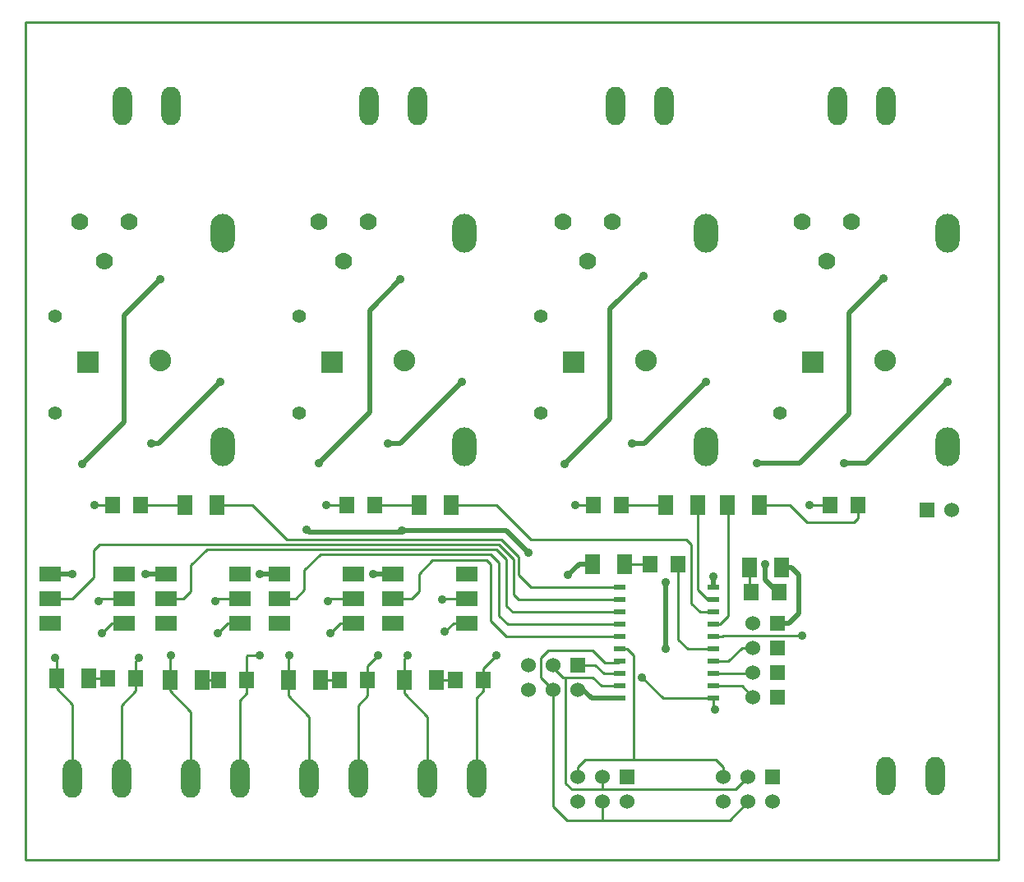
<source format=gtl>
G04 (created by PCBNEW (2011-nov-30)-testing) date jeu. 20 sept. 2012 21:30:35 CEST*
%MOIN*%
G04 Gerber Fmt 3.4, Leading zero omitted, Abs format*
%FSLAX34Y34*%
G01*
G70*
G90*
G04 APERTURE LIST*
%ADD10C,0.006*%
%ADD11C,0.01*%
%ADD12R,0.05X0.02*%
%ADD13R,0.06X0.08*%
%ADD14R,0.06X0.06*%
%ADD15C,0.06*%
%ADD16O,0.078X0.156*%
%ADD17R,0.0629X0.0709*%
%ADD18C,0.055*%
%ADD19R,0.09X0.062*%
%ADD20R,0.0882X0.0882*%
%ADD21C,0.0882*%
%ADD22O,0.0984X0.1575*%
%ADD23C,0.07*%
%ADD24C,0.035*%
%ADD25C,0.02*%
G04 APERTURE END LIST*
G54D10*
G54D11*
X51100Y-61600D02*
X51100Y-61400D01*
X90550Y-61600D02*
X51100Y-61600D01*
X90550Y-27600D02*
X90550Y-61600D01*
X51100Y-27600D02*
X90550Y-27600D01*
X51100Y-61400D02*
X51100Y-27600D01*
G54D12*
X75200Y-50550D03*
X75200Y-51050D03*
X75200Y-51550D03*
X75200Y-52050D03*
X75200Y-52550D03*
X75200Y-53050D03*
X75200Y-53550D03*
X75200Y-54050D03*
X75200Y-54550D03*
X75200Y-55050D03*
X79000Y-55050D03*
X79000Y-54550D03*
X79000Y-54050D03*
X79000Y-53550D03*
X79000Y-53050D03*
X79000Y-52550D03*
X79000Y-52050D03*
X79000Y-51550D03*
X79000Y-51050D03*
X79000Y-50550D03*
G54D13*
X53650Y-54250D03*
X52350Y-54250D03*
X67050Y-47200D03*
X68350Y-47200D03*
X58250Y-54300D03*
X56950Y-54300D03*
X77050Y-47200D03*
X78350Y-47200D03*
X67750Y-54300D03*
X66450Y-54300D03*
X57550Y-47200D03*
X58850Y-47200D03*
X63050Y-54300D03*
X61750Y-54300D03*
X80850Y-47200D03*
X79550Y-47200D03*
X80450Y-49750D03*
X81750Y-49750D03*
G54D14*
X73500Y-53700D03*
G54D15*
X73500Y-54700D03*
X72500Y-53700D03*
X72500Y-54700D03*
X71500Y-53700D03*
X71500Y-54700D03*
G54D16*
X66990Y-31000D03*
X65020Y-31000D03*
X76990Y-31000D03*
X75020Y-31000D03*
X56990Y-31000D03*
X55020Y-31000D03*
G54D17*
X54641Y-47200D03*
X55759Y-47200D03*
X81659Y-50750D03*
X80541Y-50750D03*
X64141Y-47200D03*
X65259Y-47200D03*
X55559Y-54250D03*
X54441Y-54250D03*
X60059Y-54300D03*
X58941Y-54300D03*
X83741Y-47200D03*
X84859Y-47200D03*
X64959Y-54300D03*
X63841Y-54300D03*
X74141Y-47200D03*
X75259Y-47200D03*
X69659Y-54300D03*
X68541Y-54300D03*
G54D16*
X85990Y-31000D03*
X84020Y-31000D03*
G54D18*
X52300Y-43469D03*
X52300Y-39531D03*
X62200Y-43469D03*
X62200Y-39531D03*
X72000Y-43469D03*
X72000Y-39531D03*
X81700Y-43469D03*
X81700Y-39531D03*
G54D19*
X69000Y-52000D03*
X69000Y-51000D03*
X69000Y-50000D03*
X66000Y-50000D03*
X66000Y-51000D03*
X66000Y-52000D03*
X59800Y-52000D03*
X59800Y-51000D03*
X59800Y-50000D03*
X56800Y-50000D03*
X56800Y-51000D03*
X56800Y-52000D03*
X64400Y-52000D03*
X64400Y-51000D03*
X64400Y-50000D03*
X61400Y-50000D03*
X61400Y-51000D03*
X61400Y-52000D03*
X55100Y-52000D03*
X55100Y-51000D03*
X55100Y-50000D03*
X52100Y-50000D03*
X52100Y-51000D03*
X52100Y-52000D03*
G54D20*
X73324Y-41400D03*
G54D21*
X76276Y-41350D03*
G54D20*
X63524Y-41400D03*
G54D21*
X66476Y-41350D03*
G54D20*
X53624Y-41400D03*
G54D21*
X56576Y-41350D03*
G54D20*
X83024Y-41400D03*
G54D21*
X85976Y-41350D03*
G54D14*
X81400Y-58250D03*
G54D15*
X81400Y-59250D03*
X80400Y-58250D03*
X80400Y-59250D03*
X79400Y-58250D03*
X79400Y-59250D03*
G54D14*
X75500Y-58250D03*
G54D15*
X75500Y-59250D03*
X74500Y-58250D03*
X74500Y-59250D03*
X73500Y-58250D03*
X73500Y-59250D03*
G54D13*
X75400Y-49600D03*
X74100Y-49600D03*
G54D17*
X77559Y-49600D03*
X76441Y-49600D03*
G54D22*
X59100Y-36169D03*
X59100Y-44831D03*
X68900Y-36169D03*
X68900Y-44831D03*
X78700Y-36169D03*
X78700Y-44831D03*
X88500Y-36169D03*
X88500Y-44831D03*
G54D23*
X55300Y-35700D03*
X54300Y-37300D03*
X53300Y-35700D03*
X65000Y-35700D03*
X64000Y-37300D03*
X63000Y-35700D03*
X74900Y-35700D03*
X73900Y-37300D03*
X72900Y-35700D03*
X84600Y-35700D03*
X83600Y-37300D03*
X82600Y-35700D03*
G54D16*
X53010Y-58300D03*
X54980Y-58300D03*
X57810Y-58300D03*
X59780Y-58300D03*
X62610Y-58300D03*
X64580Y-58300D03*
X67410Y-58300D03*
X69380Y-58300D03*
X86010Y-58200D03*
X87980Y-58200D03*
G54D14*
X81600Y-55000D03*
G54D15*
X80600Y-55000D03*
G54D14*
X81600Y-54000D03*
G54D15*
X80600Y-54000D03*
G54D14*
X81600Y-52000D03*
G54D15*
X80600Y-52000D03*
G54D14*
X81600Y-53000D03*
G54D15*
X80600Y-53000D03*
G54D14*
X87650Y-47400D03*
G54D15*
X88650Y-47400D03*
G54D24*
X81100Y-49600D03*
X77050Y-53050D03*
X77050Y-50350D03*
X71500Y-49150D03*
X66350Y-48250D03*
X62500Y-48200D03*
X59000Y-42200D03*
X56200Y-44700D03*
X53400Y-45550D03*
X56550Y-38050D03*
X68800Y-42200D03*
X65800Y-44700D03*
X63000Y-45500D03*
X66300Y-38050D03*
X78700Y-42200D03*
X75700Y-44700D03*
X72950Y-45550D03*
X76150Y-37900D03*
X88500Y-42200D03*
X84300Y-45500D03*
X80750Y-45500D03*
X85900Y-38000D03*
X55700Y-53400D03*
X60600Y-53300D03*
X65400Y-53300D03*
X70200Y-53300D03*
X79050Y-55500D03*
X76100Y-54200D03*
X82600Y-52500D03*
X73100Y-50050D03*
X65200Y-50000D03*
X60600Y-50000D03*
X55950Y-50000D03*
X53000Y-50000D03*
X79000Y-50100D03*
X73400Y-47200D03*
X82900Y-47200D03*
X63300Y-47200D03*
X54200Y-52400D03*
X53900Y-47200D03*
X68100Y-52350D03*
X68000Y-51050D03*
X63450Y-52400D03*
X63350Y-51100D03*
X54050Y-51100D03*
X58900Y-52400D03*
X58800Y-51100D03*
X57000Y-53300D03*
X52300Y-53400D03*
X61800Y-53300D03*
X66600Y-53300D03*
G54D25*
X81659Y-50750D02*
X81600Y-50750D01*
X81100Y-50250D02*
X81600Y-50750D01*
X81100Y-50250D02*
X81100Y-49600D01*
X77050Y-50350D02*
X77050Y-53050D01*
X70600Y-48250D02*
X71500Y-49150D01*
X70600Y-48250D02*
X66350Y-48250D01*
X66350Y-48250D02*
X66400Y-48300D01*
X62500Y-48200D02*
X62600Y-48300D01*
X62600Y-48300D02*
X66400Y-48300D01*
X73500Y-54700D02*
X73700Y-54700D01*
X74050Y-55050D02*
X74200Y-55050D01*
X74200Y-55050D02*
X74300Y-55050D01*
X74300Y-55050D02*
X75200Y-55050D01*
X73700Y-54700D02*
X74050Y-55050D01*
G54D11*
X75200Y-53050D02*
X75500Y-53050D01*
X75750Y-53300D02*
X75750Y-57550D01*
X75500Y-53050D02*
X75750Y-53300D01*
X73500Y-58250D02*
X73500Y-57850D01*
X79400Y-57850D02*
X79400Y-58250D01*
X79100Y-57550D02*
X79400Y-57850D01*
X73800Y-57550D02*
X75750Y-57550D01*
X75750Y-57550D02*
X79100Y-57550D01*
X73500Y-57850D02*
X73800Y-57550D01*
X79000Y-54550D02*
X80150Y-54550D01*
X80150Y-54550D02*
X80600Y-55000D01*
X79000Y-54050D02*
X80550Y-54050D01*
X80550Y-54050D02*
X80600Y-54000D01*
X79000Y-53550D02*
X79600Y-53550D01*
X80150Y-53000D02*
X80600Y-53000D01*
X79600Y-53550D02*
X80150Y-53000D01*
X60300Y-47200D02*
X61600Y-48500D01*
X58850Y-47200D02*
X60300Y-47200D01*
X71600Y-50550D02*
X75200Y-50550D01*
X71102Y-50052D02*
X71600Y-50550D01*
X71102Y-49302D02*
X71102Y-50052D01*
X70394Y-48594D02*
X71102Y-49302D01*
X61700Y-48594D02*
X70394Y-48594D01*
X61606Y-48500D02*
X61700Y-48594D01*
X61600Y-48500D02*
X61606Y-48500D01*
X68350Y-47200D02*
X70200Y-47200D01*
X71600Y-48600D02*
X72800Y-48600D01*
X70200Y-47200D02*
X71600Y-48600D01*
X79000Y-51550D02*
X78450Y-51550D01*
X77900Y-48600D02*
X72800Y-48600D01*
X72800Y-48600D02*
X72700Y-48600D01*
X78100Y-48800D02*
X77900Y-48600D01*
X78100Y-51200D02*
X78100Y-48800D01*
X78450Y-51550D02*
X78100Y-51200D01*
X79000Y-51050D02*
X78750Y-51050D01*
X78350Y-50650D02*
X78350Y-47200D01*
X78750Y-51050D02*
X78350Y-50650D01*
X79000Y-52050D02*
X79250Y-52050D01*
X79600Y-47250D02*
X79550Y-47200D01*
X79600Y-51700D02*
X79600Y-47250D01*
X79250Y-52050D02*
X79600Y-51700D01*
G54D25*
X59000Y-42200D02*
X56500Y-44700D01*
X56500Y-44700D02*
X56200Y-44700D01*
X55100Y-43850D02*
X53400Y-45550D01*
X55100Y-39500D02*
X55100Y-43850D01*
X56550Y-38050D02*
X55100Y-39500D01*
X68800Y-42200D02*
X66300Y-44700D01*
X66300Y-44700D02*
X65800Y-44700D01*
X65050Y-43450D02*
X63000Y-45500D01*
X65050Y-39300D02*
X65050Y-43450D01*
X66300Y-38050D02*
X65050Y-39300D01*
X78700Y-42200D02*
X76200Y-44700D01*
X76200Y-44700D02*
X75700Y-44700D01*
X74800Y-43700D02*
X72950Y-45550D01*
X74800Y-39250D02*
X74800Y-43700D01*
X76150Y-37900D02*
X74800Y-39250D01*
X88500Y-42200D02*
X85200Y-45500D01*
X85200Y-45500D02*
X84300Y-45500D01*
X82500Y-45500D02*
X80750Y-45500D01*
X84500Y-43500D02*
X82500Y-45500D01*
X84500Y-39400D02*
X84500Y-43500D01*
X85900Y-38000D02*
X84500Y-39400D01*
G54D11*
X54104Y-48796D02*
X53850Y-49050D01*
X71100Y-51050D02*
X70900Y-50850D01*
X70900Y-50850D02*
X70900Y-49400D01*
X70900Y-49400D02*
X70296Y-48796D01*
X70296Y-48796D02*
X54104Y-48796D01*
X75200Y-51050D02*
X71100Y-51050D01*
X53000Y-51000D02*
X52100Y-51000D01*
X53850Y-50150D02*
X53000Y-51000D01*
X53850Y-49050D02*
X53850Y-50150D01*
X52700Y-51000D02*
X52100Y-51000D01*
X75200Y-51550D02*
X70850Y-51550D01*
X57500Y-51000D02*
X56800Y-51000D01*
X57800Y-50700D02*
X57500Y-51000D01*
X57800Y-49650D02*
X57800Y-50700D01*
X58452Y-48998D02*
X57800Y-49650D01*
X70198Y-48998D02*
X58452Y-48998D01*
X70600Y-49400D02*
X70198Y-48998D01*
X70600Y-51300D02*
X70600Y-49400D01*
X70850Y-51550D02*
X70600Y-51300D01*
X75200Y-52050D02*
X70650Y-52050D01*
X62050Y-51000D02*
X61400Y-51000D01*
X62400Y-50650D02*
X62050Y-51000D01*
X62400Y-49850D02*
X62400Y-50650D01*
X63050Y-49200D02*
X62400Y-49850D01*
X69950Y-49200D02*
X63050Y-49200D01*
X70300Y-49550D02*
X69950Y-49200D01*
X70300Y-51700D02*
X70300Y-49550D01*
X70650Y-52050D02*
X70300Y-51700D01*
X75200Y-52550D02*
X70600Y-52550D01*
X66750Y-51000D02*
X66000Y-51000D01*
X67050Y-50700D02*
X66750Y-51000D01*
X67050Y-50000D02*
X67050Y-50700D01*
X67600Y-49450D02*
X67050Y-50000D01*
X69800Y-49450D02*
X67600Y-49450D01*
X69950Y-49600D02*
X69800Y-49450D01*
X69950Y-51900D02*
X69950Y-49600D01*
X70600Y-52550D02*
X69950Y-51900D01*
X55559Y-53541D02*
X55559Y-54250D01*
X55700Y-53400D02*
X55559Y-53541D01*
X54980Y-58300D02*
X54980Y-55320D01*
X55559Y-54741D02*
X55559Y-54250D01*
X54980Y-55320D02*
X55559Y-54741D01*
X60059Y-53341D02*
X60059Y-54300D01*
X60100Y-53300D02*
X60059Y-53341D01*
X60600Y-53300D02*
X60100Y-53300D01*
X59780Y-58300D02*
X59780Y-55120D01*
X60059Y-54841D02*
X60059Y-54300D01*
X59780Y-55120D02*
X60059Y-54841D01*
X64959Y-53741D02*
X64959Y-54300D01*
X65400Y-53300D02*
X64959Y-53741D01*
X64580Y-58300D02*
X64580Y-55320D01*
X64959Y-54941D02*
X64959Y-54300D01*
X64580Y-55320D02*
X64959Y-54941D01*
X69659Y-53841D02*
X69659Y-54300D01*
X70200Y-53300D02*
X69659Y-53841D01*
X69380Y-58300D02*
X69380Y-55020D01*
X69659Y-54741D02*
X69659Y-54300D01*
X69380Y-55020D02*
X69659Y-54741D01*
X77559Y-49600D02*
X77559Y-52659D01*
X77950Y-53050D02*
X79000Y-53050D01*
X77559Y-52659D02*
X77950Y-53050D01*
X73500Y-53700D02*
X74200Y-53700D01*
X74550Y-54050D02*
X75200Y-54050D01*
X74200Y-53700D02*
X74550Y-54050D01*
X74500Y-60000D02*
X74500Y-59250D01*
X72500Y-54700D02*
X72500Y-59450D01*
X79650Y-60000D02*
X80400Y-59250D01*
X73050Y-60000D02*
X74500Y-60000D01*
X74500Y-60000D02*
X79650Y-60000D01*
X72500Y-59450D02*
X73050Y-60000D01*
X72500Y-54700D02*
X72000Y-54200D01*
X72000Y-54200D02*
X72000Y-53400D01*
X72000Y-53400D02*
X72300Y-53100D01*
X72300Y-53100D02*
X74100Y-53100D01*
X74100Y-53100D02*
X74600Y-53600D01*
X74600Y-53600D02*
X75150Y-53600D01*
X75150Y-53600D02*
X75200Y-53550D01*
X79000Y-55450D02*
X79000Y-55050D01*
X79050Y-55500D02*
X79000Y-55450D01*
X76950Y-55050D02*
X79000Y-55050D01*
X76100Y-54200D02*
X76950Y-55050D01*
X74500Y-58750D02*
X74500Y-58250D01*
X74000Y-58750D02*
X74500Y-58750D01*
X74500Y-58750D02*
X79900Y-58750D01*
X73000Y-58500D02*
X73250Y-58750D01*
X73250Y-58750D02*
X74000Y-58750D01*
X73000Y-54200D02*
X73000Y-58500D01*
X79900Y-58750D02*
X80400Y-58250D01*
X72500Y-53700D02*
X72500Y-53800D01*
X72900Y-54200D02*
X73000Y-54200D01*
X72500Y-53800D02*
X72900Y-54200D01*
X74450Y-54550D02*
X75200Y-54550D01*
X74100Y-54200D02*
X74450Y-54550D01*
X73000Y-54200D02*
X74100Y-54200D01*
X79400Y-52500D02*
X82600Y-52500D01*
X79350Y-52550D02*
X79400Y-52500D01*
X79350Y-52550D02*
X79000Y-52550D01*
G54D25*
X81750Y-49750D02*
X82150Y-49750D01*
X82050Y-52000D02*
X81600Y-52000D01*
X82450Y-51600D02*
X82050Y-52000D01*
X82450Y-50050D02*
X82450Y-51600D01*
X82150Y-49750D02*
X82450Y-50050D01*
X73550Y-49600D02*
X74100Y-49600D01*
X73100Y-50050D02*
X73550Y-49600D01*
X65200Y-50000D02*
X66000Y-50000D01*
X60600Y-50000D02*
X61400Y-50000D01*
X52100Y-50000D02*
X53000Y-50000D01*
X55950Y-50000D02*
X56800Y-50000D01*
X79000Y-50550D02*
X79000Y-50100D01*
G54D11*
X73400Y-47200D02*
X74141Y-47200D01*
X82900Y-47200D02*
X83741Y-47200D01*
X63300Y-47200D02*
X64141Y-47200D01*
X75400Y-49600D02*
X76441Y-49600D01*
X55100Y-52000D02*
X54600Y-52000D01*
X54600Y-52000D02*
X54200Y-52400D01*
X53900Y-47200D02*
X54641Y-47200D01*
X69000Y-52000D02*
X68450Y-52000D01*
X68450Y-52000D02*
X68100Y-52350D01*
X68050Y-51000D02*
X69000Y-51000D01*
X68000Y-51050D02*
X68050Y-51000D01*
X64400Y-52000D02*
X63850Y-52000D01*
X63850Y-52000D02*
X63450Y-52400D01*
X63450Y-51000D02*
X64400Y-51000D01*
X63350Y-51100D02*
X63450Y-51000D01*
X54050Y-51100D02*
X54150Y-51000D01*
X54150Y-51000D02*
X55100Y-51000D01*
X59800Y-52000D02*
X59300Y-52000D01*
X59300Y-52000D02*
X58900Y-52400D01*
X58900Y-51000D02*
X59800Y-51000D01*
X58800Y-51100D02*
X58900Y-51000D01*
X58250Y-54300D02*
X58941Y-54300D01*
X57810Y-58300D02*
X57810Y-55610D01*
X56950Y-54750D02*
X56950Y-54300D01*
X57810Y-55610D02*
X56950Y-54750D01*
X57000Y-53300D02*
X56950Y-53350D01*
X56950Y-53350D02*
X56950Y-54300D01*
X53650Y-54250D02*
X54441Y-54250D01*
X53010Y-58300D02*
X53010Y-55310D01*
X52350Y-54650D02*
X52350Y-54250D01*
X53010Y-55310D02*
X52350Y-54650D01*
X52300Y-53400D02*
X52350Y-53450D01*
X52350Y-53450D02*
X52350Y-54250D01*
X55759Y-47200D02*
X57550Y-47200D01*
X80450Y-49750D02*
X80450Y-50659D01*
X80450Y-50659D02*
X80541Y-50750D01*
X68541Y-54300D02*
X67750Y-54300D01*
X63050Y-54300D02*
X63841Y-54300D01*
X62610Y-58300D02*
X62610Y-55810D01*
X61750Y-54950D02*
X61750Y-54300D01*
X62610Y-55810D02*
X61750Y-54950D01*
X61800Y-53300D02*
X61750Y-53350D01*
X61750Y-53350D02*
X61750Y-54300D01*
X67410Y-58300D02*
X67410Y-55810D01*
X66450Y-54850D02*
X66450Y-54300D01*
X67410Y-55810D02*
X66450Y-54850D01*
X66600Y-53300D02*
X66450Y-53450D01*
X66450Y-53450D02*
X66450Y-54300D01*
X75259Y-47200D02*
X77050Y-47200D01*
X65259Y-47200D02*
X67050Y-47200D01*
X80850Y-47200D02*
X82100Y-47200D01*
X84859Y-47741D02*
X84859Y-47200D01*
X84700Y-47900D02*
X84859Y-47741D01*
X82800Y-47900D02*
X84700Y-47900D01*
X82100Y-47200D02*
X82800Y-47900D01*
M02*

</source>
